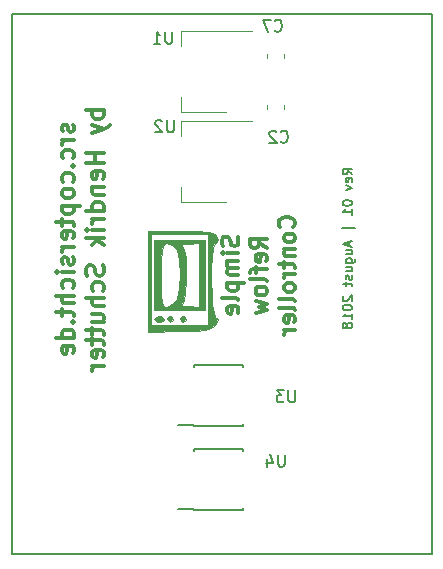
<source format=gbr>
G04 #@! TF.GenerationSoftware,KiCad,Pcbnew,5.0.0*
G04 #@! TF.CreationDate,2018-09-23T10:29:23+02:00*
G04 #@! TF.ProjectId,openReflow,6F70656E5265666C6F772E6B69636164,rev?*
G04 #@! TF.SameCoordinates,Original*
G04 #@! TF.FileFunction,Legend,Bot*
G04 #@! TF.FilePolarity,Positive*
%FSLAX46Y46*%
G04 Gerber Fmt 4.6, Leading zero omitted, Abs format (unit mm)*
G04 Created by KiCad (PCBNEW 5.0.0) date Sun Sep 23 10:29:23 2018*
%MOMM*%
%LPD*%
G01*
G04 APERTURE LIST*
%ADD10C,0.200000*%
%ADD11C,0.300000*%
%ADD12C,0.120000*%
%ADD13C,0.150000*%
%ADD14C,0.010000*%
G04 APERTURE END LIST*
D10*
X73660000Y-92710000D02*
X109220000Y-92710000D01*
X73660000Y-138430000D02*
X73660000Y-92710000D01*
X109220000Y-138430000D02*
X73660000Y-138430000D01*
X109220000Y-92710000D02*
X109220000Y-138430000D01*
X102469904Y-106255333D02*
X102088952Y-105988666D01*
X102469904Y-105798190D02*
X101669904Y-105798190D01*
X101669904Y-106102952D01*
X101708000Y-106179142D01*
X101746095Y-106217238D01*
X101822285Y-106255333D01*
X101936571Y-106255333D01*
X102012761Y-106217238D01*
X102050857Y-106179142D01*
X102088952Y-106102952D01*
X102088952Y-105798190D01*
X102431809Y-106902952D02*
X102469904Y-106826761D01*
X102469904Y-106674380D01*
X102431809Y-106598190D01*
X102355619Y-106560095D01*
X102050857Y-106560095D01*
X101974666Y-106598190D01*
X101936571Y-106674380D01*
X101936571Y-106826761D01*
X101974666Y-106902952D01*
X102050857Y-106941047D01*
X102127047Y-106941047D01*
X102203238Y-106560095D01*
X101936571Y-107207714D02*
X102469904Y-107398190D01*
X101936571Y-107588666D01*
X101669904Y-108655333D02*
X101669904Y-108731523D01*
X101708000Y-108807714D01*
X101746095Y-108845809D01*
X101822285Y-108883904D01*
X101974666Y-108922000D01*
X102165142Y-108922000D01*
X102317523Y-108883904D01*
X102393714Y-108845809D01*
X102431809Y-108807714D01*
X102469904Y-108731523D01*
X102469904Y-108655333D01*
X102431809Y-108579142D01*
X102393714Y-108541047D01*
X102317523Y-108502952D01*
X102165142Y-108464857D01*
X101974666Y-108464857D01*
X101822285Y-108502952D01*
X101746095Y-108541047D01*
X101708000Y-108579142D01*
X101669904Y-108655333D01*
X102469904Y-109683904D02*
X102469904Y-109226761D01*
X102469904Y-109455333D02*
X101669904Y-109455333D01*
X101784190Y-109379142D01*
X101860380Y-109302952D01*
X101898476Y-109226761D01*
X102736571Y-110826761D02*
X101593714Y-110826761D01*
X102241333Y-111969619D02*
X102241333Y-112350571D01*
X102469904Y-111893428D02*
X101669904Y-112160095D01*
X102469904Y-112426761D01*
X101936571Y-113036285D02*
X102469904Y-113036285D01*
X101936571Y-112693428D02*
X102355619Y-112693428D01*
X102431809Y-112731523D01*
X102469904Y-112807714D01*
X102469904Y-112922000D01*
X102431809Y-112998190D01*
X102393714Y-113036285D01*
X101936571Y-113760095D02*
X102584190Y-113760095D01*
X102660380Y-113722000D01*
X102698476Y-113683904D01*
X102736571Y-113607714D01*
X102736571Y-113493428D01*
X102698476Y-113417238D01*
X102431809Y-113760095D02*
X102469904Y-113683904D01*
X102469904Y-113531523D01*
X102431809Y-113455333D01*
X102393714Y-113417238D01*
X102317523Y-113379142D01*
X102088952Y-113379142D01*
X102012761Y-113417238D01*
X101974666Y-113455333D01*
X101936571Y-113531523D01*
X101936571Y-113683904D01*
X101974666Y-113760095D01*
X101936571Y-114483904D02*
X102469904Y-114483904D01*
X101936571Y-114141047D02*
X102355619Y-114141047D01*
X102431809Y-114179142D01*
X102469904Y-114255333D01*
X102469904Y-114369619D01*
X102431809Y-114445809D01*
X102393714Y-114483904D01*
X102431809Y-114826761D02*
X102469904Y-114902952D01*
X102469904Y-115055333D01*
X102431809Y-115131523D01*
X102355619Y-115169619D01*
X102317523Y-115169619D01*
X102241333Y-115131523D01*
X102203238Y-115055333D01*
X102203238Y-114941047D01*
X102165142Y-114864857D01*
X102088952Y-114826761D01*
X102050857Y-114826761D01*
X101974666Y-114864857D01*
X101936571Y-114941047D01*
X101936571Y-115055333D01*
X101974666Y-115131523D01*
X101936571Y-115398190D02*
X101936571Y-115702952D01*
X101669904Y-115512476D02*
X102355619Y-115512476D01*
X102431809Y-115550571D01*
X102469904Y-115626761D01*
X102469904Y-115702952D01*
X101746095Y-116541047D02*
X101708000Y-116579142D01*
X101669904Y-116655333D01*
X101669904Y-116845809D01*
X101708000Y-116922000D01*
X101746095Y-116960095D01*
X101822285Y-116998190D01*
X101898476Y-116998190D01*
X102012761Y-116960095D01*
X102469904Y-116502952D01*
X102469904Y-116998190D01*
X101669904Y-117493428D02*
X101669904Y-117569619D01*
X101708000Y-117645809D01*
X101746095Y-117683904D01*
X101822285Y-117722000D01*
X101974666Y-117760095D01*
X102165142Y-117760095D01*
X102317523Y-117722000D01*
X102393714Y-117683904D01*
X102431809Y-117645809D01*
X102469904Y-117569619D01*
X102469904Y-117493428D01*
X102431809Y-117417238D01*
X102393714Y-117379142D01*
X102317523Y-117341047D01*
X102165142Y-117302952D01*
X101974666Y-117302952D01*
X101822285Y-117341047D01*
X101746095Y-117379142D01*
X101708000Y-117417238D01*
X101669904Y-117493428D01*
X102469904Y-118522000D02*
X102469904Y-118064857D01*
X102469904Y-118293428D02*
X101669904Y-118293428D01*
X101784190Y-118217238D01*
X101860380Y-118141047D01*
X101898476Y-118064857D01*
X102012761Y-118979142D02*
X101974666Y-118902952D01*
X101936571Y-118864857D01*
X101860380Y-118826761D01*
X101822285Y-118826761D01*
X101746095Y-118864857D01*
X101708000Y-118902952D01*
X101669904Y-118979142D01*
X101669904Y-119131523D01*
X101708000Y-119207714D01*
X101746095Y-119245809D01*
X101822285Y-119283904D01*
X101860380Y-119283904D01*
X101936571Y-119245809D01*
X101974666Y-119207714D01*
X102012761Y-119131523D01*
X102012761Y-118979142D01*
X102050857Y-118902952D01*
X102088952Y-118864857D01*
X102165142Y-118826761D01*
X102317523Y-118826761D01*
X102393714Y-118864857D01*
X102431809Y-118902952D01*
X102469904Y-118979142D01*
X102469904Y-119131523D01*
X102431809Y-119207714D01*
X102393714Y-119245809D01*
X102317523Y-119283904D01*
X102165142Y-119283904D01*
X102088952Y-119245809D01*
X102050857Y-119207714D01*
X102012761Y-119131523D01*
D11*
X78834142Y-102045714D02*
X78905571Y-102188571D01*
X78905571Y-102474285D01*
X78834142Y-102617142D01*
X78691285Y-102688571D01*
X78619857Y-102688571D01*
X78477000Y-102617142D01*
X78405571Y-102474285D01*
X78405571Y-102260000D01*
X78334142Y-102117142D01*
X78191285Y-102045714D01*
X78119857Y-102045714D01*
X77977000Y-102117142D01*
X77905571Y-102260000D01*
X77905571Y-102474285D01*
X77977000Y-102617142D01*
X78905571Y-103331428D02*
X77905571Y-103331428D01*
X78191285Y-103331428D02*
X78048428Y-103402857D01*
X77977000Y-103474285D01*
X77905571Y-103617142D01*
X77905571Y-103760000D01*
X78834142Y-104902857D02*
X78905571Y-104760000D01*
X78905571Y-104474285D01*
X78834142Y-104331428D01*
X78762714Y-104260000D01*
X78619857Y-104188571D01*
X78191285Y-104188571D01*
X78048428Y-104260000D01*
X77977000Y-104331428D01*
X77905571Y-104474285D01*
X77905571Y-104760000D01*
X77977000Y-104902857D01*
X78762714Y-105545714D02*
X78834142Y-105617142D01*
X78905571Y-105545714D01*
X78834142Y-105474285D01*
X78762714Y-105545714D01*
X78905571Y-105545714D01*
X78834142Y-106902857D02*
X78905571Y-106760000D01*
X78905571Y-106474285D01*
X78834142Y-106331428D01*
X78762714Y-106260000D01*
X78619857Y-106188571D01*
X78191285Y-106188571D01*
X78048428Y-106260000D01*
X77977000Y-106331428D01*
X77905571Y-106474285D01*
X77905571Y-106760000D01*
X77977000Y-106902857D01*
X78905571Y-107760000D02*
X78834142Y-107617142D01*
X78762714Y-107545714D01*
X78619857Y-107474285D01*
X78191285Y-107474285D01*
X78048428Y-107545714D01*
X77977000Y-107617142D01*
X77905571Y-107760000D01*
X77905571Y-107974285D01*
X77977000Y-108117142D01*
X78048428Y-108188571D01*
X78191285Y-108260000D01*
X78619857Y-108260000D01*
X78762714Y-108188571D01*
X78834142Y-108117142D01*
X78905571Y-107974285D01*
X78905571Y-107760000D01*
X77905571Y-108902857D02*
X79405571Y-108902857D01*
X77977000Y-108902857D02*
X77905571Y-109045714D01*
X77905571Y-109331428D01*
X77977000Y-109474285D01*
X78048428Y-109545714D01*
X78191285Y-109617142D01*
X78619857Y-109617142D01*
X78762714Y-109545714D01*
X78834142Y-109474285D01*
X78905571Y-109331428D01*
X78905571Y-109045714D01*
X78834142Y-108902857D01*
X77905571Y-110045714D02*
X77905571Y-110617142D01*
X77405571Y-110260000D02*
X78691285Y-110260000D01*
X78834142Y-110331428D01*
X78905571Y-110474285D01*
X78905571Y-110617142D01*
X78834142Y-111688571D02*
X78905571Y-111545714D01*
X78905571Y-111260000D01*
X78834142Y-111117142D01*
X78691285Y-111045714D01*
X78119857Y-111045714D01*
X77977000Y-111117142D01*
X77905571Y-111260000D01*
X77905571Y-111545714D01*
X77977000Y-111688571D01*
X78119857Y-111760000D01*
X78262714Y-111760000D01*
X78405571Y-111045714D01*
X78905571Y-112402857D02*
X77905571Y-112402857D01*
X78191285Y-112402857D02*
X78048428Y-112474285D01*
X77977000Y-112545714D01*
X77905571Y-112688571D01*
X77905571Y-112831428D01*
X78834142Y-113260000D02*
X78905571Y-113402857D01*
X78905571Y-113688571D01*
X78834142Y-113831428D01*
X78691285Y-113902857D01*
X78619857Y-113902857D01*
X78477000Y-113831428D01*
X78405571Y-113688571D01*
X78405571Y-113474285D01*
X78334142Y-113331428D01*
X78191285Y-113260000D01*
X78119857Y-113260000D01*
X77977000Y-113331428D01*
X77905571Y-113474285D01*
X77905571Y-113688571D01*
X77977000Y-113831428D01*
X78905571Y-114545714D02*
X77905571Y-114545714D01*
X77405571Y-114545714D02*
X77477000Y-114474285D01*
X77548428Y-114545714D01*
X77477000Y-114617142D01*
X77405571Y-114545714D01*
X77548428Y-114545714D01*
X78834142Y-115902857D02*
X78905571Y-115760000D01*
X78905571Y-115474285D01*
X78834142Y-115331428D01*
X78762714Y-115260000D01*
X78619857Y-115188571D01*
X78191285Y-115188571D01*
X78048428Y-115260000D01*
X77977000Y-115331428D01*
X77905571Y-115474285D01*
X77905571Y-115760000D01*
X77977000Y-115902857D01*
X78905571Y-116545714D02*
X77405571Y-116545714D01*
X78905571Y-117188571D02*
X78119857Y-117188571D01*
X77977000Y-117117142D01*
X77905571Y-116974285D01*
X77905571Y-116760000D01*
X77977000Y-116617142D01*
X78048428Y-116545714D01*
X77905571Y-117688571D02*
X77905571Y-118260000D01*
X77405571Y-117902857D02*
X78691285Y-117902857D01*
X78834142Y-117974285D01*
X78905571Y-118117142D01*
X78905571Y-118260000D01*
X78762714Y-118760000D02*
X78834142Y-118831428D01*
X78905571Y-118760000D01*
X78834142Y-118688571D01*
X78762714Y-118760000D01*
X78905571Y-118760000D01*
X78905571Y-120117142D02*
X77405571Y-120117142D01*
X78834142Y-120117142D02*
X78905571Y-119974285D01*
X78905571Y-119688571D01*
X78834142Y-119545714D01*
X78762714Y-119474285D01*
X78619857Y-119402857D01*
X78191285Y-119402857D01*
X78048428Y-119474285D01*
X77977000Y-119545714D01*
X77905571Y-119688571D01*
X77905571Y-119974285D01*
X77977000Y-120117142D01*
X78834142Y-121402857D02*
X78905571Y-121260000D01*
X78905571Y-120974285D01*
X78834142Y-120831428D01*
X78691285Y-120760000D01*
X78119857Y-120760000D01*
X77977000Y-120831428D01*
X77905571Y-120974285D01*
X77905571Y-121260000D01*
X77977000Y-121402857D01*
X78119857Y-121474285D01*
X78262714Y-121474285D01*
X78405571Y-120760000D01*
X81455571Y-100831428D02*
X79955571Y-100831428D01*
X80527000Y-100831428D02*
X80455571Y-100974285D01*
X80455571Y-101260000D01*
X80527000Y-101402857D01*
X80598428Y-101474285D01*
X80741285Y-101545714D01*
X81169857Y-101545714D01*
X81312714Y-101474285D01*
X81384142Y-101402857D01*
X81455571Y-101260000D01*
X81455571Y-100974285D01*
X81384142Y-100831428D01*
X80455571Y-102045714D02*
X81455571Y-102402857D01*
X80455571Y-102760000D02*
X81455571Y-102402857D01*
X81812714Y-102260000D01*
X81884142Y-102188571D01*
X81955571Y-102045714D01*
X81455571Y-104474285D02*
X79955571Y-104474285D01*
X80669857Y-104474285D02*
X80669857Y-105331428D01*
X81455571Y-105331428D02*
X79955571Y-105331428D01*
X81384142Y-106617142D02*
X81455571Y-106474285D01*
X81455571Y-106188571D01*
X81384142Y-106045714D01*
X81241285Y-105974285D01*
X80669857Y-105974285D01*
X80527000Y-106045714D01*
X80455571Y-106188571D01*
X80455571Y-106474285D01*
X80527000Y-106617142D01*
X80669857Y-106688571D01*
X80812714Y-106688571D01*
X80955571Y-105974285D01*
X80455571Y-107331428D02*
X81455571Y-107331428D01*
X80598428Y-107331428D02*
X80527000Y-107402857D01*
X80455571Y-107545714D01*
X80455571Y-107760000D01*
X80527000Y-107902857D01*
X80669857Y-107974285D01*
X81455571Y-107974285D01*
X81455571Y-109331428D02*
X79955571Y-109331428D01*
X81384142Y-109331428D02*
X81455571Y-109188571D01*
X81455571Y-108902857D01*
X81384142Y-108760000D01*
X81312714Y-108688571D01*
X81169857Y-108617142D01*
X80741285Y-108617142D01*
X80598428Y-108688571D01*
X80527000Y-108760000D01*
X80455571Y-108902857D01*
X80455571Y-109188571D01*
X80527000Y-109331428D01*
X81455571Y-110045714D02*
X80455571Y-110045714D01*
X80741285Y-110045714D02*
X80598428Y-110117142D01*
X80527000Y-110188571D01*
X80455571Y-110331428D01*
X80455571Y-110474285D01*
X81455571Y-110974285D02*
X80455571Y-110974285D01*
X79955571Y-110974285D02*
X80027000Y-110902857D01*
X80098428Y-110974285D01*
X80027000Y-111045714D01*
X79955571Y-110974285D01*
X80098428Y-110974285D01*
X81455571Y-111688571D02*
X79955571Y-111688571D01*
X80884142Y-111831428D02*
X81455571Y-112260000D01*
X80455571Y-112260000D02*
X81027000Y-111688571D01*
X81384142Y-113974285D02*
X81455571Y-114188571D01*
X81455571Y-114545714D01*
X81384142Y-114688571D01*
X81312714Y-114760000D01*
X81169857Y-114831428D01*
X81027000Y-114831428D01*
X80884142Y-114760000D01*
X80812714Y-114688571D01*
X80741285Y-114545714D01*
X80669857Y-114260000D01*
X80598428Y-114117142D01*
X80527000Y-114045714D01*
X80384142Y-113974285D01*
X80241285Y-113974285D01*
X80098428Y-114045714D01*
X80027000Y-114117142D01*
X79955571Y-114260000D01*
X79955571Y-114617142D01*
X80027000Y-114831428D01*
X81384142Y-116117142D02*
X81455571Y-115974285D01*
X81455571Y-115688571D01*
X81384142Y-115545714D01*
X81312714Y-115474285D01*
X81169857Y-115402857D01*
X80741285Y-115402857D01*
X80598428Y-115474285D01*
X80527000Y-115545714D01*
X80455571Y-115688571D01*
X80455571Y-115974285D01*
X80527000Y-116117142D01*
X81455571Y-116760000D02*
X79955571Y-116760000D01*
X81455571Y-117402857D02*
X80669857Y-117402857D01*
X80527000Y-117331428D01*
X80455571Y-117188571D01*
X80455571Y-116974285D01*
X80527000Y-116831428D01*
X80598428Y-116760000D01*
X80455571Y-118760000D02*
X81455571Y-118760000D01*
X80455571Y-118117142D02*
X81241285Y-118117142D01*
X81384142Y-118188571D01*
X81455571Y-118331428D01*
X81455571Y-118545714D01*
X81384142Y-118688571D01*
X81312714Y-118760000D01*
X80455571Y-119260000D02*
X80455571Y-119831428D01*
X79955571Y-119474285D02*
X81241285Y-119474285D01*
X81384142Y-119545714D01*
X81455571Y-119688571D01*
X81455571Y-119831428D01*
X80455571Y-120117142D02*
X80455571Y-120688571D01*
X79955571Y-120331428D02*
X81241285Y-120331428D01*
X81384142Y-120402857D01*
X81455571Y-120545714D01*
X81455571Y-120688571D01*
X81384142Y-121760000D02*
X81455571Y-121617142D01*
X81455571Y-121331428D01*
X81384142Y-121188571D01*
X81241285Y-121117142D01*
X80669857Y-121117142D01*
X80527000Y-121188571D01*
X80455571Y-121331428D01*
X80455571Y-121617142D01*
X80527000Y-121760000D01*
X80669857Y-121831428D01*
X80812714Y-121831428D01*
X80955571Y-121117142D01*
X81455571Y-122474285D02*
X80455571Y-122474285D01*
X80741285Y-122474285D02*
X80598428Y-122545714D01*
X80527000Y-122617142D01*
X80455571Y-122760000D01*
X80455571Y-122902857D01*
X92781666Y-111541333D02*
X92848333Y-111741333D01*
X92848333Y-112074666D01*
X92781666Y-112208000D01*
X92715000Y-112274666D01*
X92581666Y-112341333D01*
X92448333Y-112341333D01*
X92315000Y-112274666D01*
X92248333Y-112208000D01*
X92181666Y-112074666D01*
X92115000Y-111808000D01*
X92048333Y-111674666D01*
X91981666Y-111608000D01*
X91848333Y-111541333D01*
X91715000Y-111541333D01*
X91581666Y-111608000D01*
X91515000Y-111674666D01*
X91448333Y-111808000D01*
X91448333Y-112141333D01*
X91515000Y-112341333D01*
X92848333Y-112941333D02*
X91915000Y-112941333D01*
X91448333Y-112941333D02*
X91515000Y-112874666D01*
X91581666Y-112941333D01*
X91515000Y-113008000D01*
X91448333Y-112941333D01*
X91581666Y-112941333D01*
X92848333Y-113608000D02*
X91915000Y-113608000D01*
X92048333Y-113608000D02*
X91981666Y-113674666D01*
X91915000Y-113808000D01*
X91915000Y-114008000D01*
X91981666Y-114141333D01*
X92115000Y-114208000D01*
X92848333Y-114208000D01*
X92115000Y-114208000D02*
X91981666Y-114274666D01*
X91915000Y-114408000D01*
X91915000Y-114608000D01*
X91981666Y-114741333D01*
X92115000Y-114808000D01*
X92848333Y-114808000D01*
X91915000Y-115474666D02*
X93315000Y-115474666D01*
X91981666Y-115474666D02*
X91915000Y-115608000D01*
X91915000Y-115874666D01*
X91981666Y-116008000D01*
X92048333Y-116074666D01*
X92181666Y-116141333D01*
X92581666Y-116141333D01*
X92715000Y-116074666D01*
X92781666Y-116008000D01*
X92848333Y-115874666D01*
X92848333Y-115608000D01*
X92781666Y-115474666D01*
X92848333Y-116941333D02*
X92781666Y-116808000D01*
X92648333Y-116741333D01*
X91448333Y-116741333D01*
X92781666Y-118008000D02*
X92848333Y-117874666D01*
X92848333Y-117608000D01*
X92781666Y-117474666D01*
X92648333Y-117408000D01*
X92115000Y-117408000D01*
X91981666Y-117474666D01*
X91915000Y-117608000D01*
X91915000Y-117874666D01*
X91981666Y-118008000D01*
X92115000Y-118074666D01*
X92248333Y-118074666D01*
X92381666Y-117408000D01*
X95248333Y-112508000D02*
X94581666Y-112041333D01*
X95248333Y-111708000D02*
X93848333Y-111708000D01*
X93848333Y-112241333D01*
X93915000Y-112374666D01*
X93981666Y-112441333D01*
X94115000Y-112508000D01*
X94315000Y-112508000D01*
X94448333Y-112441333D01*
X94515000Y-112374666D01*
X94581666Y-112241333D01*
X94581666Y-111708000D01*
X95181666Y-113641333D02*
X95248333Y-113508000D01*
X95248333Y-113241333D01*
X95181666Y-113108000D01*
X95048333Y-113041333D01*
X94515000Y-113041333D01*
X94381666Y-113108000D01*
X94315000Y-113241333D01*
X94315000Y-113508000D01*
X94381666Y-113641333D01*
X94515000Y-113708000D01*
X94648333Y-113708000D01*
X94781666Y-113041333D01*
X94315000Y-114108000D02*
X94315000Y-114641333D01*
X95248333Y-114308000D02*
X94048333Y-114308000D01*
X93915000Y-114374666D01*
X93848333Y-114508000D01*
X93848333Y-114641333D01*
X95248333Y-115308000D02*
X95181666Y-115174666D01*
X95048333Y-115108000D01*
X93848333Y-115108000D01*
X95248333Y-116041333D02*
X95181666Y-115908000D01*
X95115000Y-115841333D01*
X94981666Y-115774666D01*
X94581666Y-115774666D01*
X94448333Y-115841333D01*
X94381666Y-115908000D01*
X94315000Y-116041333D01*
X94315000Y-116241333D01*
X94381666Y-116374666D01*
X94448333Y-116441333D01*
X94581666Y-116508000D01*
X94981666Y-116508000D01*
X95115000Y-116441333D01*
X95181666Y-116374666D01*
X95248333Y-116241333D01*
X95248333Y-116041333D01*
X94315000Y-116974666D02*
X95248333Y-117241333D01*
X94581666Y-117508000D01*
X95248333Y-117774666D01*
X94315000Y-118041333D01*
X97515000Y-110741333D02*
X97581666Y-110674666D01*
X97648333Y-110474666D01*
X97648333Y-110341333D01*
X97581666Y-110141333D01*
X97448333Y-110008000D01*
X97315000Y-109941333D01*
X97048333Y-109874666D01*
X96848333Y-109874666D01*
X96581666Y-109941333D01*
X96448333Y-110008000D01*
X96315000Y-110141333D01*
X96248333Y-110341333D01*
X96248333Y-110474666D01*
X96315000Y-110674666D01*
X96381666Y-110741333D01*
X97648333Y-111541333D02*
X97581666Y-111408000D01*
X97515000Y-111341333D01*
X97381666Y-111274666D01*
X96981666Y-111274666D01*
X96848333Y-111341333D01*
X96781666Y-111408000D01*
X96715000Y-111541333D01*
X96715000Y-111741333D01*
X96781666Y-111874666D01*
X96848333Y-111941333D01*
X96981666Y-112008000D01*
X97381666Y-112008000D01*
X97515000Y-111941333D01*
X97581666Y-111874666D01*
X97648333Y-111741333D01*
X97648333Y-111541333D01*
X96715000Y-112608000D02*
X97648333Y-112608000D01*
X96848333Y-112608000D02*
X96781666Y-112674666D01*
X96715000Y-112808000D01*
X96715000Y-113008000D01*
X96781666Y-113141333D01*
X96915000Y-113208000D01*
X97648333Y-113208000D01*
X96715000Y-113674666D02*
X96715000Y-114208000D01*
X96248333Y-113874666D02*
X97448333Y-113874666D01*
X97581666Y-113941333D01*
X97648333Y-114074666D01*
X97648333Y-114208000D01*
X97648333Y-114674666D02*
X96715000Y-114674666D01*
X96981666Y-114674666D02*
X96848333Y-114741333D01*
X96781666Y-114808000D01*
X96715000Y-114941333D01*
X96715000Y-115074666D01*
X97648333Y-115741333D02*
X97581666Y-115608000D01*
X97515000Y-115541333D01*
X97381666Y-115474666D01*
X96981666Y-115474666D01*
X96848333Y-115541333D01*
X96781666Y-115608000D01*
X96715000Y-115741333D01*
X96715000Y-115941333D01*
X96781666Y-116074666D01*
X96848333Y-116141333D01*
X96981666Y-116208000D01*
X97381666Y-116208000D01*
X97515000Y-116141333D01*
X97581666Y-116074666D01*
X97648333Y-115941333D01*
X97648333Y-115741333D01*
X97648333Y-117008000D02*
X97581666Y-116874666D01*
X97448333Y-116808000D01*
X96248333Y-116808000D01*
X97648333Y-117741333D02*
X97581666Y-117608000D01*
X97448333Y-117541333D01*
X96248333Y-117541333D01*
X97581666Y-118808000D02*
X97648333Y-118674666D01*
X97648333Y-118408000D01*
X97581666Y-118274666D01*
X97448333Y-118208000D01*
X96915000Y-118208000D01*
X96781666Y-118274666D01*
X96715000Y-118408000D01*
X96715000Y-118674666D01*
X96781666Y-118808000D01*
X96915000Y-118874666D01*
X97048333Y-118874666D01*
X97181666Y-118208000D01*
X97648333Y-119474666D02*
X96715000Y-119474666D01*
X96981666Y-119474666D02*
X96848333Y-119541333D01*
X96781666Y-119608000D01*
X96715000Y-119741333D01*
X96715000Y-119874666D01*
D12*
G04 #@! TO.C,C2*
X95302000Y-100434000D02*
X95302000Y-100734000D01*
X96722000Y-100434000D02*
X96722000Y-100734000D01*
G04 #@! TO.C,C7*
X96722000Y-96416000D02*
X96722000Y-96116000D01*
X95302000Y-96416000D02*
X95302000Y-96116000D01*
G04 #@! TO.C,U1*
X88006000Y-100946000D02*
X88006000Y-99686000D01*
X88006000Y-94126000D02*
X88006000Y-95386000D01*
X91766000Y-100946000D02*
X88006000Y-100946000D01*
X94016000Y-94126000D02*
X88006000Y-94126000D01*
G04 #@! TO.C,U2*
X88006000Y-108566000D02*
X88006000Y-107306000D01*
X88006000Y-101746000D02*
X88006000Y-103006000D01*
X91766000Y-108566000D02*
X88006000Y-108566000D01*
X94016000Y-101746000D02*
X88006000Y-101746000D01*
D13*
G04 #@! TO.C,U3*
X89111000Y-127543000D02*
X89111000Y-127493000D01*
X93261000Y-127543000D02*
X93261000Y-127398000D01*
X93261000Y-122393000D02*
X93261000Y-122538000D01*
X89111000Y-122393000D02*
X89111000Y-122538000D01*
X89111000Y-127543000D02*
X93261000Y-127543000D01*
X89111000Y-122393000D02*
X93261000Y-122393000D01*
X89111000Y-127493000D02*
X87711000Y-127493000D01*
G04 #@! TO.C,U4*
X89111000Y-134655000D02*
X89111000Y-134605000D01*
X93261000Y-134655000D02*
X93261000Y-134510000D01*
X93261000Y-129505000D02*
X93261000Y-129650000D01*
X89111000Y-129505000D02*
X89111000Y-129650000D01*
X89111000Y-134655000D02*
X93261000Y-134655000D01*
X89111000Y-129505000D02*
X93261000Y-129505000D01*
X89111000Y-134605000D02*
X87711000Y-134605000D01*
D14*
G04 #@! TO.C,G\002A\002A\002A*
G36*
X85961610Y-118761625D02*
X86146106Y-118791790D01*
X86501911Y-118647418D01*
X86547158Y-118524421D01*
X86330601Y-118287218D01*
X86146106Y-118257053D01*
X85790300Y-118401424D01*
X85745053Y-118524421D01*
X85961610Y-118761625D01*
X85961610Y-118761625D01*
G37*
X85961610Y-118761625D02*
X86146106Y-118791790D01*
X86501911Y-118647418D01*
X86547158Y-118524421D01*
X86330601Y-118287218D01*
X86146106Y-118257053D01*
X85790300Y-118401424D01*
X85745053Y-118524421D01*
X85961610Y-118761625D01*
G36*
X87017987Y-118784020D02*
X87081895Y-118791790D01*
X87341494Y-118588329D01*
X87349263Y-118524421D01*
X87145803Y-118264822D01*
X87081895Y-118257053D01*
X86822296Y-118460514D01*
X86814527Y-118524421D01*
X87017987Y-118784020D01*
X87017987Y-118784020D01*
G37*
X87017987Y-118784020D02*
X87081895Y-118791790D01*
X87341494Y-118588329D01*
X87349263Y-118524421D01*
X87145803Y-118264822D01*
X87081895Y-118257053D01*
X86822296Y-118460514D01*
X86814527Y-118524421D01*
X87017987Y-118784020D01*
G36*
X88087461Y-118784020D02*
X88151369Y-118791790D01*
X88410968Y-118588329D01*
X88418737Y-118524421D01*
X88215276Y-118264822D01*
X88151369Y-118257053D01*
X87891770Y-118460514D01*
X87884000Y-118524421D01*
X88087461Y-118784020D01*
X88087461Y-118784020D01*
G37*
X88087461Y-118784020D02*
X88151369Y-118791790D01*
X88410968Y-118588329D01*
X88418737Y-118524421D01*
X88215276Y-118264822D01*
X88151369Y-118257053D01*
X87891770Y-118460514D01*
X87884000Y-118524421D01*
X88087461Y-118784020D01*
G36*
X90022948Y-117722316D02*
X90022948Y-111840211D01*
X89488211Y-111840211D01*
X89488211Y-112107579D01*
X89488211Y-117454948D01*
X88619263Y-117433840D01*
X88129760Y-117386237D01*
X88047228Y-117296353D01*
X88084527Y-117277875D01*
X88255364Y-116956779D01*
X88369881Y-116254421D01*
X88428078Y-115321299D01*
X88429954Y-114307914D01*
X88375510Y-113364765D01*
X88264745Y-112642352D01*
X88097660Y-112291175D01*
X88084527Y-112284652D01*
X88081193Y-112190455D01*
X88504535Y-112132793D01*
X88619263Y-112128687D01*
X89488211Y-112107579D01*
X89488211Y-111840211D01*
X86692127Y-111840211D01*
X86692127Y-112107579D01*
X87254900Y-112239584D01*
X87617932Y-112683484D01*
X87813545Y-113511106D01*
X87873830Y-114733519D01*
X87829180Y-115994185D01*
X87673991Y-116781914D01*
X87502045Y-117072993D01*
X86984135Y-117395377D01*
X86699940Y-117454948D01*
X86505367Y-117378346D01*
X86380510Y-117088048D01*
X86311111Y-116493315D01*
X86282909Y-115503406D01*
X86279790Y-114781263D01*
X86292300Y-113539862D01*
X86339053Y-112743088D01*
X86433888Y-112301220D01*
X86590641Y-112124538D01*
X86692127Y-112107579D01*
X86692127Y-111840211D01*
X85745053Y-111840211D01*
X85745053Y-117722316D01*
X90022948Y-117722316D01*
X90022948Y-117722316D01*
G37*
X90022948Y-117722316D02*
X90022948Y-111840211D01*
X89488211Y-111840211D01*
X89488211Y-112107579D01*
X89488211Y-117454948D01*
X88619263Y-117433840D01*
X88129760Y-117386237D01*
X88047228Y-117296353D01*
X88084527Y-117277875D01*
X88255364Y-116956779D01*
X88369881Y-116254421D01*
X88428078Y-115321299D01*
X88429954Y-114307914D01*
X88375510Y-113364765D01*
X88264745Y-112642352D01*
X88097660Y-112291175D01*
X88084527Y-112284652D01*
X88081193Y-112190455D01*
X88504535Y-112132793D01*
X88619263Y-112128687D01*
X89488211Y-112107579D01*
X89488211Y-111840211D01*
X86692127Y-111840211D01*
X86692127Y-112107579D01*
X87254900Y-112239584D01*
X87617932Y-112683484D01*
X87813545Y-113511106D01*
X87873830Y-114733519D01*
X87829180Y-115994185D01*
X87673991Y-116781914D01*
X87502045Y-117072993D01*
X86984135Y-117395377D01*
X86699940Y-117454948D01*
X86505367Y-117378346D01*
X86380510Y-117088048D01*
X86311111Y-116493315D01*
X86282909Y-115503406D01*
X86279790Y-114781263D01*
X86292300Y-113539862D01*
X86339053Y-112743088D01*
X86433888Y-112301220D01*
X86590641Y-112124538D01*
X86692127Y-112107579D01*
X86692127Y-111840211D01*
X85745053Y-111840211D01*
X85745053Y-117722316D01*
X90022948Y-117722316D01*
G36*
X87922417Y-119536406D02*
X89185483Y-119487990D01*
X90018941Y-119414275D01*
X90527894Y-119295047D01*
X90817446Y-119110094D01*
X90930311Y-118957941D01*
X91087968Y-118524282D01*
X90891895Y-118334081D01*
X90751329Y-118032178D01*
X90646219Y-117330636D01*
X90578036Y-116363470D01*
X90548250Y-115264697D01*
X90558331Y-114168333D01*
X90609749Y-113208393D01*
X90703975Y-112518895D01*
X90825053Y-112241263D01*
X91081377Y-111840720D01*
X90940074Y-111390634D01*
X90669501Y-111200395D01*
X90226750Y-111129164D01*
X89393524Y-111073844D01*
X88314027Y-111042393D01*
X87728449Y-111038106D01*
X85477684Y-111038106D01*
X85477684Y-111305474D01*
X90290316Y-111305474D01*
X90290316Y-119059158D01*
X85477684Y-119059158D01*
X85477684Y-111305474D01*
X85477684Y-111038106D01*
X85210316Y-111038106D01*
X85210316Y-119612602D01*
X87922417Y-119536406D01*
X87922417Y-119536406D01*
G37*
X87922417Y-119536406D02*
X89185483Y-119487990D01*
X90018941Y-119414275D01*
X90527894Y-119295047D01*
X90817446Y-119110094D01*
X90930311Y-118957941D01*
X91087968Y-118524282D01*
X90891895Y-118334081D01*
X90751329Y-118032178D01*
X90646219Y-117330636D01*
X90578036Y-116363470D01*
X90548250Y-115264697D01*
X90558331Y-114168333D01*
X90609749Y-113208393D01*
X90703975Y-112518895D01*
X90825053Y-112241263D01*
X91081377Y-111840720D01*
X90940074Y-111390634D01*
X90669501Y-111200395D01*
X90226750Y-111129164D01*
X89393524Y-111073844D01*
X88314027Y-111042393D01*
X87728449Y-111038106D01*
X85477684Y-111038106D01*
X85477684Y-111305474D01*
X90290316Y-111305474D01*
X90290316Y-119059158D01*
X85477684Y-119059158D01*
X85477684Y-111305474D01*
X85477684Y-111038106D01*
X85210316Y-111038106D01*
X85210316Y-119612602D01*
X87922417Y-119536406D01*
G04 #@! TO.C,C2*
D13*
X96432666Y-103481142D02*
X96480285Y-103528761D01*
X96623142Y-103576380D01*
X96718380Y-103576380D01*
X96861238Y-103528761D01*
X96956476Y-103433523D01*
X97004095Y-103338285D01*
X97051714Y-103147809D01*
X97051714Y-103004952D01*
X97004095Y-102814476D01*
X96956476Y-102719238D01*
X96861238Y-102624000D01*
X96718380Y-102576380D01*
X96623142Y-102576380D01*
X96480285Y-102624000D01*
X96432666Y-102671619D01*
X96051714Y-102671619D02*
X96004095Y-102624000D01*
X95908857Y-102576380D01*
X95670761Y-102576380D01*
X95575523Y-102624000D01*
X95527904Y-102671619D01*
X95480285Y-102766857D01*
X95480285Y-102862095D01*
X95527904Y-103004952D01*
X96099333Y-103576380D01*
X95480285Y-103576380D01*
G04 #@! TO.C,C7*
X95924666Y-94083142D02*
X95972285Y-94130761D01*
X96115142Y-94178380D01*
X96210380Y-94178380D01*
X96353238Y-94130761D01*
X96448476Y-94035523D01*
X96496095Y-93940285D01*
X96543714Y-93749809D01*
X96543714Y-93606952D01*
X96496095Y-93416476D01*
X96448476Y-93321238D01*
X96353238Y-93226000D01*
X96210380Y-93178380D01*
X96115142Y-93178380D01*
X95972285Y-93226000D01*
X95924666Y-93273619D01*
X95591333Y-93178380D02*
X94924666Y-93178380D01*
X95353238Y-94178380D01*
G04 #@! TO.C,U1*
X87248904Y-94194380D02*
X87248904Y-95003904D01*
X87201285Y-95099142D01*
X87153666Y-95146761D01*
X87058428Y-95194380D01*
X86867952Y-95194380D01*
X86772714Y-95146761D01*
X86725095Y-95099142D01*
X86677476Y-95003904D01*
X86677476Y-94194380D01*
X85677476Y-95194380D02*
X86248904Y-95194380D01*
X85963190Y-95194380D02*
X85963190Y-94194380D01*
X86058428Y-94337238D01*
X86153666Y-94432476D01*
X86248904Y-94480095D01*
G04 #@! TO.C,U2*
X87375904Y-101687380D02*
X87375904Y-102496904D01*
X87328285Y-102592142D01*
X87280666Y-102639761D01*
X87185428Y-102687380D01*
X86994952Y-102687380D01*
X86899714Y-102639761D01*
X86852095Y-102592142D01*
X86804476Y-102496904D01*
X86804476Y-101687380D01*
X86375904Y-101782619D02*
X86328285Y-101735000D01*
X86233047Y-101687380D01*
X85994952Y-101687380D01*
X85899714Y-101735000D01*
X85852095Y-101782619D01*
X85804476Y-101877857D01*
X85804476Y-101973095D01*
X85852095Y-102115952D01*
X86423523Y-102687380D01*
X85804476Y-102687380D01*
G04 #@! TO.C,U3*
X97662904Y-124547380D02*
X97662904Y-125356904D01*
X97615285Y-125452142D01*
X97567666Y-125499761D01*
X97472428Y-125547380D01*
X97281952Y-125547380D01*
X97186714Y-125499761D01*
X97139095Y-125452142D01*
X97091476Y-125356904D01*
X97091476Y-124547380D01*
X96710523Y-124547380D02*
X96091476Y-124547380D01*
X96424809Y-124928333D01*
X96281952Y-124928333D01*
X96186714Y-124975952D01*
X96139095Y-125023571D01*
X96091476Y-125118809D01*
X96091476Y-125356904D01*
X96139095Y-125452142D01*
X96186714Y-125499761D01*
X96281952Y-125547380D01*
X96567666Y-125547380D01*
X96662904Y-125499761D01*
X96710523Y-125452142D01*
G04 #@! TO.C,U4*
X96773904Y-130008380D02*
X96773904Y-130817904D01*
X96726285Y-130913142D01*
X96678666Y-130960761D01*
X96583428Y-131008380D01*
X96392952Y-131008380D01*
X96297714Y-130960761D01*
X96250095Y-130913142D01*
X96202476Y-130817904D01*
X96202476Y-130008380D01*
X95297714Y-130341714D02*
X95297714Y-131008380D01*
X95535809Y-129960761D02*
X95773904Y-130675047D01*
X95154857Y-130675047D01*
G04 #@! TD*
M02*

</source>
